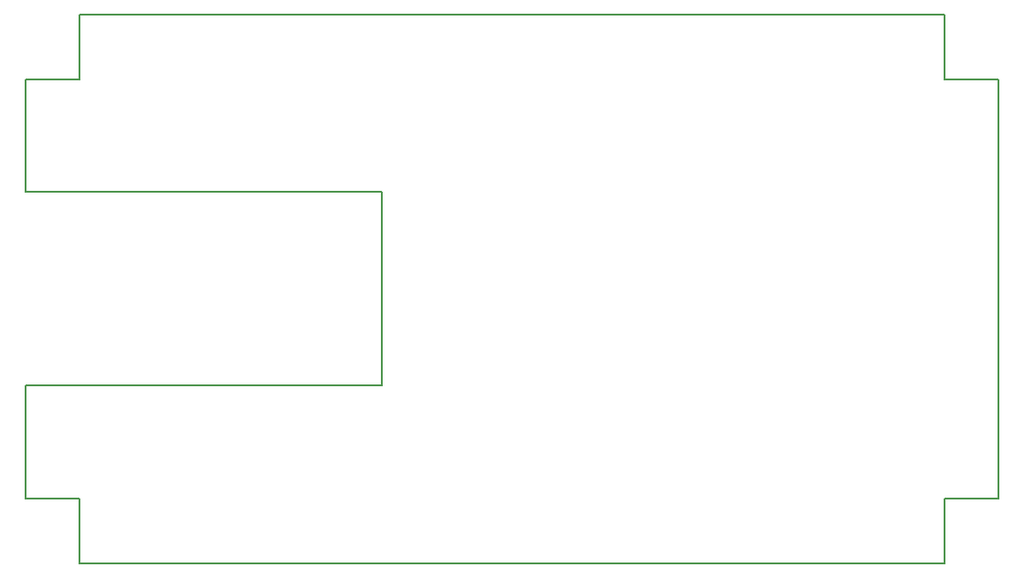
<source format=gbr>
%TF.GenerationSoftware,KiCad,Pcbnew,(5.1.10)-1*%
%TF.CreationDate,2021-07-14T14:56:59-07:00*%
%TF.ProjectId,laser,6c617365-722e-46b6-9963-61645f706362,rev?*%
%TF.SameCoordinates,Original*%
%TF.FileFunction,Profile,NP*%
%FSLAX46Y46*%
G04 Gerber Fmt 4.6, Leading zero omitted, Abs format (unit mm)*
G04 Created by KiCad (PCBNEW (5.1.10)-1) date 2021-07-14 14:56:59*
%MOMM*%
%LPD*%
G01*
G04 APERTURE LIST*
%TA.AperFunction,Profile*%
%ADD10C,0.203200*%
%TD*%
G04 APERTURE END LIST*
D10*
X155784600Y-97793000D02*
X155784600Y-115750800D01*
X122790000Y-97793000D02*
X155784600Y-97793000D01*
X122790000Y-87328200D02*
X122790000Y-97793000D01*
X207981600Y-81333800D02*
X127768400Y-81333800D01*
X212985400Y-87328200D02*
X212985400Y-87328200D01*
X127768400Y-126215600D02*
X127768400Y-132210000D01*
X155784600Y-115750800D02*
X122790000Y-115750800D01*
X127768400Y-87328200D02*
X122790000Y-87328200D01*
X122790000Y-126215600D02*
X127768400Y-126215600D01*
X212985400Y-126215600D02*
X212985400Y-87328200D01*
X207981600Y-126215600D02*
X212985400Y-126215600D01*
X207981600Y-132210000D02*
X207981600Y-126215600D01*
X127768400Y-132210000D02*
X207981600Y-132210000D01*
X207981600Y-87328200D02*
X207981600Y-81333800D01*
X212985400Y-87328200D02*
X207981600Y-87328200D01*
X122790000Y-115750800D02*
X122790000Y-126215600D01*
X127768400Y-81333800D02*
X127768400Y-87328200D01*
M02*

</source>
